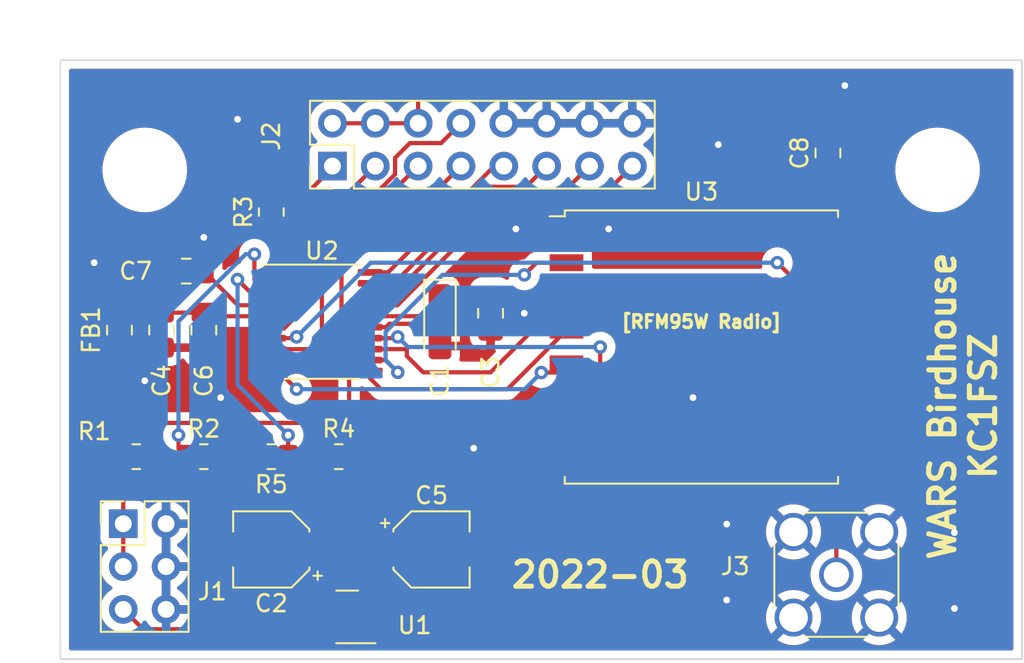
<source format=kicad_pcb>
(kicad_pcb (version 20211014) (generator pcbnew)
  (layers (0 "F.Cu" signal) (31 "B.Cu" signal) (34 "B.Paste" user) (35 "F.Paste" user) (36 "B.SilkS" user "B.Silkscreen") (37 "F.SilkS" user "F.Silkscreen") (38 "B.Mask" user) (39 "F.Mask" user) (44 "Edge.Cuts" user))
  (net 0 "")
  (net 1 "+3V3")
  (net 2 "GND")
  (net 3 "VSUPPLY")
  (net 4 "VDDA")
  (net 5 "NRST")
  (net 6 "VPANEL")
  (net 7 "BOOT0")
  (net 8 "SWDIO")
  (net 9 "SWDCLK")
  (net 10 "LED0")
  (net 11 "USART2_TX")
  (net 12 "USART2_RX")
  (net 13 "I2C1_CLK")
  (net 14 "I2C1_SDA")
  (net 15 "Net-(J3-Pad1)")
  (net 16 "VPANEL_SENSE")
  (net 17 "VSUPPLY_SENSE")
  (net 18 "RADIO_INT")
  (net 19 "RADIO_NSS")
  (net 20 "RADIO_SCK")
  (net 21 "RADIO_MISO")
  (net 22 "RADIO_MOSI")
  (net 23 "Net-(U2-Pad14)")
  (footprint "Capacitor_SMD:CP_Elec_4x5.4" (layer "F.Cu") (at 185 114.5)
    (fp_text reference "C5" (at 0 -3.2) (layer "F.SilkS"))
    (fp_text value "10u")
    (fp_line (start -2.75 -1.81) (end -2.75 -1.31) (layer "F.SilkS") (width 0.12))
    (fp_line (start 2.26 -2.26) (end 2.26 -1.06) (layer "F.SilkS") (width 0.12))
    (fp_line (start -2.26 1.195563) (end -2.26 1.06) (layer "F.SilkS") (width 0.12))
    (fp_line (start -1.195563 -2.26) (end 2.26 -2.26) (layer "F.SilkS") (width 0.12))
    (fp_line (start -2.26 -1.195563) (end -1.195563 -2.26) (layer "F.SilkS") (width 0.12))
    (fp_line (start -1.195563 2.26) (end 2.26 2.26) (layer "F.SilkS") (width 0.12))
    (fp_line (start -3 -1.56) (end -2.5 -1.56) (layer "F.SilkS") (width 0.12))
    (fp_line (start -2.26 -1.195563) (end -2.26 -1.06) (layer "F.SilkS") (width 0.12))
    (fp_line (start -2.26 1.195563) (end -1.195563 2.26) (layer "F.SilkS") (width 0.12))
    (fp_line (start 2.26 2.26) (end 2.26 1.06) (layer "F.SilkS") (width 0.12))
    (pad "1" smd roundrect (at -1.8 0) (size 2.6 1.6) (layers "F.Cu" "F.Paste" "F.Mask") (roundrect_rratio 0.15625) (net 1 "+3V3"))
    (pad "2" smd roundrect (at 1.8 0) (size 2.6 1.6) (layers "F.Cu" "F.Paste" "F.Mask") (roundrect_rratio 0.15625) (net 2 "GND"))
  )
  (footprint "Capacitor_SMD:C_0805_2012Metric_Pad1.18x1.45mm_HandSolder" (layer "F.Cu") (at 188.5 100.5 -90)
    (fp_text reference "C3" (at 3.5 0 90) (layer "F.SilkS"))
    (fp_text value "100n")
    (fp_line (start -0.261252 -0.735) (end 0.261252 -0.735) (layer "F.SilkS") (width 0.12))
    (fp_line (start -0.261252 0.735) (end 0.261252 0.735) (layer "F.SilkS") (width 0.12))
    (pad "1" smd roundrect (at -1.0375 0 270) (size 1.175 1.45) (layers "F.Cu" "F.Paste" "F.Mask") (roundrect_rratio 0.2127659574) (net 1 "+3V3"))
    (pad "2" smd roundrect (at 1.0375 0 270) (size 1.175 1.45) (layers "F.Cu" "F.Paste" "F.Mask") (roundrect_rratio 0.2127659574) (net 2 "GND"))
  )
  (footprint "Resistor_SMD:R_0805_2012Metric_Pad1.20x1.40mm_HandSolder" (layer "F.Cu") (at 179.5 109)
    (fp_text reference "R4" (at 0 -1.65) (layer "F.SilkS"))
    (fp_text value "1k")
    (fp_line (start -0.227064 -0.735) (end 0.227064 -0.735) (layer "F.SilkS") (width 0.12))
    (fp_line (start -0.227064 0.735) (end 0.227064 0.735) (layer "F.SilkS") (width 0.12))
    (pad "1" smd roundrect (at -1 0) (size 1.2 1.4) (layers "F.Cu" "F.Paste" "F.Mask") (roundrect_rratio 0.2083333333) (net 17 "VSUPPLY_SENSE"))
    (pad "2" smd roundrect (at 1 0) (size 1.2 1.4) (layers "F.Cu" "F.Paste" "F.Mask") (roundrect_rratio 0.2083333333) (net 3 "VSUPPLY"))
  )
  (footprint "Capacitor_SMD:C_0805_2012Metric_Pad1.18x1.45mm_HandSolder" (layer "F.Cu") (at 171.5 101.5 -90)
    (fp_text reference "C6" (at 3 0 90) (layer "F.SilkS"))
    (fp_text value "100n")
    (fp_line (start -0.261252 0.735) (end 0.261252 0.735) (layer "F.SilkS") (width 0.12))
    (fp_line (start -0.261252 -0.735) (end 0.261252 -0.735) (layer "F.SilkS") (width 0.12))
    (pad "1" smd roundrect (at -1.0375 0 270) (size 1.175 1.45) (layers "F.Cu" "F.Paste" "F.Mask") (roundrect_rratio 0.2127659574) (net 4 "VDDA"))
    (pad "2" smd roundrect (at 1.0375 0 270) (size 1.175 1.45) (layers "F.Cu" "F.Paste" "F.Mask") (roundrect_rratio 0.2127659574) (net 2 "GND"))
  )
  (footprint "Connector_PinHeader_2.54mm:PinHeader_2x08_P2.54mm_Vertical" (layer "F.Cu") (at 179.125 91.775 90)
    (fp_text reference "J2" (at 1.775 -3.625 90) (layer "F.SilkS"))
    (fp_text value "Conn_02x08_Odd_Even")
    (fp_line (start 1.27 -1.33) (end 3.87 -1.33) (layer "F.SilkS") (width 0.12))
    (fp_line (start 3.87 -1.33) (end 3.87 19.11) (layer "F.SilkS") (width 0.12))
    (fp_line (start 1.27 1.27) (end 1.27 -1.33) (layer "F.SilkS") (width 0.12))
    (fp_line (start -1.33 1.27) (end -1.33 19.11) (layer "F.SilkS") (width 0.12))
    (fp_line (start -1.33 1.27) (end 1.27 1.27) (layer "F.SilkS") (width 0.12))
    (fp_line (start -1.33 19.11) (end 3.87 19.11) (layer "F.SilkS") (width 0.12))
    (fp_line (start -1.33 0) (end -1.33 -1.33) (layer "F.SilkS") (width 0.12))
    (fp_line (start -1.33 -1.33) (end 0 -1.33) (layer "F.SilkS") (width 0.12))
    (pad "1" thru_hole rect (at 0 0 90) (size 1.7 1.7) (drill 1) (layers *.Cu *.Mask) (net 7 "BOOT0"))
    (pad "2" thru_hole oval (at 2.54 0 90) (size 1.7 1.7) (drill 1) (layers *.Cu *.Mask) (net 1 "+3V3"))
    (pad "3" thru_hole oval (at 0 2.54 90) (size 1.7 1.7) (drill 1) (layers *.Cu *.Mask) (net 5 "NRST"))
    (pad "4" thru_hole oval (at 2.54 2.54 90) (size 1.7 1.7) (drill 1) (layers *.Cu *.Mask) (net 1 "+3V3"))
    (pad "5" thru_hole oval (at 0 5.08 90) (size 1.7 1.7) (drill 1) (layers *.Cu *.Mask) (net 11 "USART2_TX"))
    (pad "6" thru_hole oval (at 2.54 5.08 90) (size 1.7 1.7) (drill 1) (layers *.Cu *.Mask) (net 1 "+3V3"))
    (pad "7" thru_hole oval (at 0 7.62 90) (size 1.7 1.7) (drill 1) (layers *.Cu *.Mask) (net 12 "USART2_RX"))
    (pad "8" thru_hole oval (at 2.54 7.62 90) (size 1.7 1.7) (drill 1) (layers *.Cu *.Mask) (net 10 "LED0"))
    (pad "9" thru_hole oval (at 0 10.16 90) (size 1.7 1.7) (drill 1) (layers *.Cu *.Mask) (net 9 "SWDCLK"))
    (pad "10" thru_hole oval (at 2.54 10.16 90) (size 1.7 1.7) (drill 1) (layers *.Cu *.Mask) (net 2 "GND"))
    (pad "11" thru_hole oval (at 0 12.7 90) (size 1.7 1.7) (drill 1) (layers *.Cu *.Mask) (net 8 "SWDIO"))
    (pad "12" thru_hole oval (at 2.54 12.7 90) (size 1.7 1.7) (drill 1) (layers *.Cu *.Mask) (net 2 "GND"))
    (pad "13" thru_hole oval (at 0 15.24 90) (size 1.7 1.7) (drill 1) (layers *.Cu *.Mask) (net 14 "I2C1_SDA"))
    (pad "14" thru_hole oval (at 2.54 15.24 90) (size 1.7 1.7) (drill 1) (layers *.Cu *.Mask) (net 2 "GND"))
    (pad "15" thru_hole oval (at 0 17.78 90) (size 1.7 1.7) (drill 1) (layers *.Cu *.Mask) (net 13 "I2C1_CLK"))
    (pad "16" thru_hole oval (at 2.54 17.78 90) (size 1.7 1.7) (drill 1) (layers *.Cu *.Mask) (net 2 "GND"))
  )
  (footprint "Connector_Coaxial:SMA_Amphenol_132134_Vertical" (layer "F.Cu") (at 209 116 180)
    (fp_text reference "J3" (at 6 0.5 180) (layer "F.SilkS"))
    (fp_text value "SMA")
    (fp_line (start -3.68 -1.8) (end -3.68 1.8) (layer "F.SilkS") (width 0.12))
    (fp_line (start 3.68 -1.8) (end 3.68 1.8) (layer "F.SilkS") (width 0.12))
    (fp_line (start -1.8 -3.68) (end 1.8 -3.68) (layer "F.SilkS") (width 0.12))
    (fp_line (start -1.8 3.68) (end 1.8 3.68) (layer "F.SilkS") (width 0.12))
    (pad "1" thru_hole circle (at 0 0 180) (size 2.05 2.05) (drill 1.5) (layers *.Cu *.Mask) (net 15 "Net-(J3-Pad1)"))
    (pad "2" thru_hole circle (at 2.54 -2.54 180) (size 2.25 2.25) (drill 1.7) (layers *.Cu *.Mask) (net 2 "GND"))
    (pad "2" thru_hole circle (at 2.54 2.54 180) (size 2.25 2.25) (drill 1.7) (layers *.Cu *.Mask) (net 2 "GND"))
    (pad "2" thru_hole circle (at -2.54 -2.54 180) (size 2.25 2.25) (drill 1.7) (layers *.Cu *.Mask) (net 2 "GND"))
    (pad "2" thru_hole circle (at -2.54 2.54 180) (size 2.25 2.25) (drill 1.7) (layers *.Cu *.Mask) (net 2 "GND"))
  )
  (footprint "MountingHole:MountingHole_4mm" (layer "F.Cu") (at 168 92)
    (fp_text reference "H2" hide)
    (fp_text value "MountingHole")
    (pad "" np_thru_hole circle (at 0 0) (size 4 4) (drill 4) (layers *.Cu *.Mask))
  )
  (footprint "Resistor_SMD:R_0805_2012Metric_Pad1.20x1.40mm_HandSolder" (layer "F.Cu") (at 171.5 109)
    (fp_text reference "R2" (at 0 -1.65) (layer "F.SilkS"))
    (fp_text value "1k")
    (fp_line (start -0.227064 0.735) (end 0.227064 0.735) (layer "F.SilkS") (width 0.12))
    (fp_line (start -0.227064 -0.735) (end 0.227064 -0.735) (layer "F.SilkS") (width 0.12))
    (pad "1" smd roundrect (at -1 0) (size 1.2 1.4) (layers "F.Cu" "F.Paste" "F.Mask") (roundrect_rratio 0.2083333333) (net 16 "VPANEL_SENSE"))
    (pad "2" smd roundrect (at 1 0) (size 1.2 1.4) (layers "F.Cu" "F.Paste" "F.Mask") (roundrect_rratio 0.2083333333) (net 2 "GND"))
  )
  (footprint "Resistor_SMD:R_0805_2012Metric_Pad1.20x1.40mm_HandSolder" (layer "F.Cu") (at 175.5 94.5 90)
    (fp_text reference "R3" (at 0 -1.65 90) (layer "F.SilkS"))
    (fp_text value "10k")
    (fp_line (start -0.227064 -0.735) (end 0.227064 -0.735) (layer "F.SilkS") (width 0.12))
    (fp_line (start -0.227064 0.735) (end 0.227064 0.735) (layer "F.SilkS") (width 0.12))
    (pad "1" smd roundrect (at -1 0 90) (size 1.2 1.4) (layers "F.Cu" "F.Paste" "F.Mask") (roundrect_rratio 0.2083333333) (net 7 "BOOT0"))
    (pad "2" smd roundrect (at 1 0 90) (size 1.2 1.4) (layers "F.Cu" "F.Paste" "F.Mask") (roundrect_rratio 0.2083333333) (net 2 "GND"))
  )
  (footprint "Capacitor_SMD:C_0805_2012Metric_Pad1.18x1.45mm_HandSolder" (layer "F.Cu") (at 170.4625 98 180)
    (fp_text reference "C7" (at 3 0) (layer "F.SilkS"))
    (fp_text value "100n")
    (fp_line (start -0.261252 -0.735) (end 0.261252 -0.735) (layer "F.SilkS") (width 0.12))
    (fp_line (start -0.261252 0.735) (end 0.261252 0.735) (layer "F.SilkS") (width 0.12))
    (pad "1" smd roundrect (at -1.0375 0 180) (size 1.175 1.45) (layers "F.Cu" "F.Paste" "F.Mask") (roundrect_rratio 0.2127659574) (net 5 "NRST"))
    (pad "2" smd roundrect (at 1.0375 0 180) (size 1.175 1.45) (layers "F.Cu" "F.Paste" "F.Mask") (roundrect_rratio 0.2127659574) (net 2 "GND"))
  )
  (footprint "Capacitor_SMD:C_0805_2012Metric_Pad1.18x1.45mm_HandSolder" (layer "F.Cu") (at 169 101.5 -90)
    (fp_text reference "C4" (at 3 0 90) (layer "F.SilkS"))
    (fp_text value "1u")
    (fp_line (start -0.261252 0.735) (end 0.261252 0.735) (layer "F.SilkS") (width 0.12))
    (fp_line (start -0.261252 -0.735) (end 0.261252 -0.735) (layer "F.SilkS") (width 0.12))
    (pad "1" smd roundrect (at -1.0375 0 270) (size 1.175 1.45) (layers "F.Cu" "F.Paste" "F.Mask") (roundrect_rratio 0.2127659574) (net 4 "VDDA"))
    (pad "2" smd roundrect (at 1.0375 0 270) (size 1.175 1.45) (layers "F.Cu" "F.Paste" "F.Mask") (roundrect_rratio 0.2127659574) (net 2 "GND"))
  )
  (footprint "Connector_PinHeader_2.54mm:PinHeader_2x03_P2.54mm_Vertical" (layer "F.Cu") (at 166.725 112.975)
    (fp_text reference "J1" (at 5.275 4.025) (layer "F.SilkS"))
    (fp_text value "Conn_02x03_Odd_Even")
    (fp_line (start -1.33 1.27) (end -1.33 6.41) (layer "F.SilkS") (width 0.12))
    (fp_line (start 3.87 -1.33) (end 3.87 6.41) (layer "F.SilkS") (width 0.12))
    (fp_line (start -1.33 1.27) (end 1.27 1.27) (layer "F.SilkS") (width 0.12))
    (fp_line (start -1.33 6.41) (end 3.87 6.41) (layer "F.SilkS") (width 0.12))
    (fp_line (start 1.27 -1.33) (end 3.87 -1.33) (layer "F.SilkS") (width 0.12))
    (fp_line (start 1.27 1.27) (end 1.27 -1.33) (layer "F.SilkS") (width 0.12))
    (fp_line (start -1.33 0) (end -1.33 -1.33) (layer "F.SilkS") (width 0.12))
    (fp_line (start -1.33 -1.33) (end 0 -1.33) (layer "F.SilkS") (width 0.12))
    (pad "1" thru_hole rect (at 0 0) (size 1.7 1.7) (drill 1) (layers *.Cu *.Mask) (net 6 "VPANEL"))
    (pad "2" thru_hole oval (at 2.54 0) (size 1.7 1.7) (drill 1) (layers *.Cu *.Mask) (net 2 "GND"))
    (pad "3" thru_hole oval (at 0 2.54) (size 1.7 1.7) (drill 1) (layers *.Cu *.Mask) (net 6 "VPANEL"))
    (pad "4" thru_hole oval (at 2.54 2.54) (size 1.7 1.7) (drill 1) (layers *.Cu *.Mask) (net 2 "GND"))
    (pad "5" thru_hole oval (at 0 5.08) (size 1.7 1.7) (drill 1) (layers *.Cu *.Mask) (net 3 "VSUPPLY"))
    (pad "6" thru_hole oval (at 2.54 5.08) (size 1.7 1.7) (drill 1) (layers *.Cu *.Mask) (net 2 "GND"))
  )
  (footprint "Package_TO_SOT_SMD:SOT-23" (layer "F.Cu") (at 180 118.5 180)
    (fp_text reference "U1" (at -4 -0.5) (layer "F.SilkS"))
    (fp_text value "MCP1700-3302E_SOT23")
    (fp_line (start 0 1.56) (end -0.65 1.56) (layer "F.SilkS") (width 0.12))
    (fp_line (start 0 -1.56) (end -1.675 -1.56) (layer "F.SilkS") (width 0.12))
    (fp_line (start 0 1.56) (end 0.65 1.56) (layer "F.SilkS") (width 0.12))
    (fp_line (start 0 -1.56) (end 0.65 -1.56) (layer "F.SilkS") (width 0.12))
    (pad "1" smd roundrect (at -0.9375 -0.95 180) (size 1.475 0.6) (layers "F.Cu" "F.Paste" "F.Mask") (net 2 "GND"))
    (pad "2" smd roundrect (at -0.9375 0.95 180) (size 1.475 0.6) (layers "F.Cu" "F.Paste" "F.Mask") (net 1 "+3V3"))
    (pad "3" smd roundrect (at 0.9375 0 180) (size 1.475 0.6) (layers "F.Cu" "F.Paste" "F.Mask") (net 3 "VSUPPLY"))
  )
  (footprint "Capacitor_Tantalum_SMD:CP_EIA-3216-10_Kemet-I_Pad1.58x1.35mm_HandSolder" (layer "F.Cu") (at 185.5 101 -90)
    (fp_text reference "C1" (at 3.5 0 90) (layer "F.SilkS"))
    (fp_text value "10u")
    (fp_line (start -2.485 -0.935) (end -2.485 0.935) (layer "F.SilkS") (width 0.12))
    (fp_line (start 1.6 -0.935) (end -2.485 -0.935) (layer "F.SilkS") (width 0.12))
    (fp_line (start -2.485 0.935) (end 1.6 0.935) (layer "F.SilkS") (width 0.12))
    (pad "1" smd roundrect (at -1.4375 0 270) (size 1.575 1.35) (layers "F.Cu" "F.Paste" "F.Mask") (roundrect_rratio 0.1851851852) (net 1 "+3V3"))
    (pad "2" smd roundrect (at 1.4375 0 270) (size 1.575 1.35) (layers "F.Cu" "F.Paste" "F.Mask") (roundrect_rratio 0.1851851852) (net 2 "GND"))
  )
  (footprint "RF_Module:HOPERF_RFM9XW_SMD" (layer "F.Cu") (at 201 102.5)
    (fp_text reference "U3" (at 0 -9.2) (layer "F.SilkS"))
    (fp_text value "RFM95W-868S2")
    (fp_line (start -8.1 8.1) (end 8.1 8.1) (layer "F.SilkS") (width 0.12))
    (fp_line (start -8.1 -7.75) (end -9 -7.75) (layer "F.SilkS") (width 0.12))
    (fp_line (start 8.1 8.1) (end 8.1 7.7) (layer "F.SilkS") (width 0.12))
    (fp_line (start -8.1 7.7) (end -8.1 8.1) (layer "F.SilkS") (width 0.12))
    (fp_line (start 8.1 -8.1) (end 8.1 -7.7) (layer "F.SilkS") (width 0.12))
    (fp_line (start -8.1 -8.1) (end 8.1 -8.1) (layer "F.SilkS") (width 0.12))
    (fp_line (start -8.1 -8.1) (end -8.1 -7.75) (layer "F.SilkS") (width 0.12))
    (pad "1" smd rect (at -8 -7) (size 2 1) (layers "F.Cu" "F.Paste" "F.Mask") (net 2 "GND"))
    (pad "2" smd rect (at -8 -5) (size 2 1) (layers "F.Cu" "F.Paste" "F.Mask") (net 21 "RADIO_MISO"))
    (pad "3" smd rect (at -8 -3) (size 2 1) (layers "F.Cu" "F.Paste" "F.Mask") (net 22 "RADIO_MOSI"))
    (pad "4" smd rect (at -8 -1) (size 2 1) (layers "F.Cu" "F.Paste" "F.Mask") (net 20 "RADIO_SCK"))
    (pad "5" smd rect (at -8 1) (size 2 1) (layers "F.Cu" "F.Paste" "F.Mask") (net 19 "RADIO_NSS"))
    (pad "6" smd rect (at -8 3) (size 2 1) (layers "F.Cu" "F.Paste" "F.Mask") (net 23 "Net-(U2-Pad14)"))
    (pad "7" smd rect (at -8 5) (size 2 1) (layers "F.Cu" "F.Paste" "F.Mask"))
    (pad "8" smd rect (at -8 7) (size 2 1) (layers "F.Cu" "F.Paste" "F.Mask") (net 2 "GND"))
    (pad "9" smd rect (at 8 7) (size 2 1) (layers "F.Cu" "F.Paste" "F.Mask") (net 15 "Net-(J3-Pad1)"))
    (pad "10" smd rect (at 8 5) (size 2 1) (layers "F.Cu" "F.Paste" "F.Mask") (net 2 "GND"))
    (pad "11" smd rect (at 8 3) (size 2 1) (layers "F.Cu" "F.Paste" "F.Mask"))
    (pad "12" smd rect (at 8 1) (size 2 1) (layers "F.Cu" "F.Paste" "F.Mask"))
    (pad "13" smd rect (at 8 -1) (size 2 1) (layers "F.Cu" "F.Paste" "F.Mask") (net 1 "+3V3"))
    (pad "14" smd rect (at 8 -3) (size 2 1) (layers "F.Cu" "F.Paste" "F.Mask") (net 18 "RADIO_INT"))
    (pad "15" smd rect (at 8 -5) (size 2 1) (layers "F.Cu" "F.Paste" "F.Mask"))
    (pad "16" smd rect (at 8 -7) (size 2 1) (layers "F.Cu" "F.Paste" "F.Mask"))
  )
  (footprint "Resistor_SMD:R_0805_2012Metric_Pad1.20x1.40mm_HandSolder" (layer "F.Cu") (at 175.5 109 180)
    (fp_text reference "R5" (at 0 -1.65) (layer "F.SilkS"))
    (fp_text value "1k")
    (fp_line (start -0.227064 0.735) (end 0.227064 0.735) (layer "F.SilkS") (width 0.12))
    (fp_line (start -0.227064 -0.735) (end 0.227064 -0.735) (layer "F.SilkS") (width 0.12))
    (pad "1" smd roundrect (at -1 0 180) (size 1.2 1.4) (layers "F.Cu" "F.Paste" "F.Mask") (roundrect_rratio 0.2083333333) (net 17 "VSUPPLY_SENSE"))
    (pad "2" smd roundrect (at 1 0 180) (size 1.2 1.4) (layers "F.Cu" "F.Paste" "F.Mask") (roundrect_rratio 0.2083333333) (net 2 "GND"))
  )
  (footprint "Capacitor_SMD:CP_Elec_4x5.4" (layer "F.Cu") (at 175.5 114.5 180)
    (fp_text reference "C2" (at 0 -3.2) (layer "F.SilkS"))
    (fp_text value "10u")
    (fp_line (start -3 -1.56) (end -2.5 -1.56) (layer "F.SilkS") (width 0.12))
    (fp_line (start -2.26 1.195563) (end -2.26 1.06) (layer "F.SilkS") (width 0.12))
    (fp_line (start 2.26 2.26) (end 2.26 1.06) (layer "F.SilkS") (width 0.12))
    (fp_line (start -2.26 1.195563) (end -1.195563 2.26) (layer "F.SilkS") (width 0.12))
    (fp_line (start -2.26 -1.195563) (end -1.195563 -2.26) (layer "F.SilkS") (width 0.12))
    (fp_line (start -2.75 -1.81) (end -2.75 -1.31) (layer "F.SilkS") (width 0.12))
    (fp_line (start -1.195563 -2.26) (end 2.26 -2.26) (layer "F.SilkS") (width 0.12))
    (fp_line (start -2.26 -1.195563) (end -2.26 -1.06) (layer "F.SilkS") (width 0.12))
    (fp_line (start -1.195563 2.26) (end 2.26 2.26) (layer "F.SilkS") (width 0.12))
    (fp_line (start 2.26 -2.26) (end 2.26 -1.06) (layer "F.SilkS") (width 0.12))
    (pad "1" smd roundrect (at -1.8 0 180) (size 2.6 1.6) (layers "F.Cu" "F.Paste" "F.Mask") (roundrect_rratio 0.15625) (net 3 "VSUPPLY"))
    (pad "2" smd roundrect (at 1.8 0 180) (size 2.6 1.6) (layers "F.Cu" "F.Paste" "F.Mask") (roundrect_rratio 0.15625) (net 2 "GND"))
  )
  (footprint "Capacitor_SMD:C_0805_2012Metric_Pad1.18x1.45mm_HandSolder" (layer "F.Cu") (at 166.5 101.5 90)
    (fp_text reference "FB1" (at 0 -1.68 90) (layer "F.SilkS"))
    (fp_text value "FerriteBead")
    (fp_line (start -0.261252 0.735) (end 0.261252 0.735) (layer "F.SilkS") (width 0.12))
    (fp_line (start -0.261252 -0.735) (end 0.261252 -0.735) (layer "F.SilkS") (width 0.12))
    (pad "1" smd roundrect (at -1.0375 0 90) (size 1.175 1.45) (layers "F.Cu" "F.Paste" "F.Mask") (roundrect_rratio 0.2127659574) (net 1 "+3V3"))
    (pad "2" smd roundrect (at 1.0375 0 90) (size 1.175 1.45) (layers "F.Cu" "F.Paste" "F.Mask") (roundrect_rratio 0.2127659574) (net 4 "VDDA"))
  )
  (footprint "Capacitor_SMD:C_0805_2012Metric_Pad1.18x1.45mm_HandSolder" (layer "F.Cu") (at 208.5 91 90)
    (fp_text reference "C8" (at 0 -1.68 90) (layer "F.SilkS"))
    (fp_text value "100n")
    (fp_line (start -0.261252 0.735) (end 0.261252 0.735) (layer "F.SilkS") (width 0.12))
    (fp_line (start -0.261252 -0.735) (end 0.261252 -0.735) (layer "F.SilkS") (width 0.12))
    (pad "1" smd roundrect (at -1.0375 0 90) (size 1.175 1.45) (layers "F.Cu" "F.Paste" "F.Mask") (roundrect_rratio 0.2127659574) (net 1 "+3V3"))
    (pad "2" smd roundrect (at 1.0375 0 90) (size 1.175 1.45) (layers "F.Cu" "F.Paste" "F.Mask") (roundrect_rratio 0.2127659574) (net 2 "GND"))
  )
  (footprint "Package_SO:TSSOP-20_4.4x6.5mm_P0.65mm" (layer "F.Cu") (at 178.5 101)
    (fp_text reference "U2" (at 0 -4.2) (layer "F.SilkS"))
    (fp_text value "STM32L031F6Px")
    (fp_line (start 0 3.385) (end 2.2 3.385) (layer "F.SilkS") (width 0.12))
    (fp_line (start 0 3.385) (end -2.2 3.385) (layer "F.SilkS") (width 0.12))
    (fp_line (start 0 -3.385) (end -3.6 -3.385) (layer "F.SilkS") (width 0.12))
    (fp_line (start 0 -3.385) (end 2.2 -3.385) (layer "F.SilkS") (width 0.12))
    (pad "1" smd roundrect (at -2.8625 -2.925) (size 1.475 0.4) (layers "F.Cu" "F.Paste" "F.Mask") (net 7 "BOOT0"))
    (pad "2" smd roundrect (at -2.8625 -2.275) (size 1.475 0.4) (layers "F.Cu" "F.Paste" "F.Mask") (net 16 "VPANEL_SENSE"))
    (pad "3" smd roundrect (at -2.8625 -1.625) (size 1.475 0.4) (layers "F.Cu" "F.Paste" "F.Mask") (net 17 "VSUPPLY_SENSE"))
    (pad "4" smd roundrect (at -2.8625 -0.975) (size 1.475 0.4) (layers "F.Cu" "F.Paste" "F.Mask") (net 5 "NRST"))
    (pad "5" smd roundrect (at -2.8625 -0.325) (size 1.475 0.4) (layers "F.Cu" "F.Paste" "F.Mask") (net 4 "VDDA"))
    (pad "6" smd roundrect (at -2.8625 0.325) (size 1.475 0.4) (layers "F.Cu" "F.Paste" "F.Mask") (net 10 "LED0"))
    (pad "7" smd roundrect (at -2.8625 0.975) (size 1.475 0.4) (layers "F.Cu" "F.Paste" "F.Mask") (net 18 "RADIO_INT"))
    (pad "8" smd roundrect (at -2.8625 1.625) (size 1.475 0.4) (layers "F.Cu" "F.Paste" "F.Mask") (net 11 "USART2_TX"))
    (pad "9" smd roundrect (at -2.8625 2.275) (size 1.475 0.4) (layers "F.Cu" "F.Paste" "F.Mask") (net 12 "USART2_RX"))
    (pad "10" smd roundrect (at -2.8625 2.925) (size 1.475 0.4) (layers "F.Cu" "F.Paste" "F.Mask") (net 19 "RADIO_NSS"))
    (pad "11" smd roundrect (at 2.8625 2.925) (size 1.475 0.4) (layers "F.Cu" "F.Paste" "F.Mask") (net 20 "RADIO_SCK"))
    (pad "12" smd roundrect (at 2.8625 2.275) (size 1.475 0.4) (layers "F.Cu" "F.Paste" "F.Mask") (net 21 "RADIO_MISO"))
    (pad "13" smd roundrect (at 2.8625 1.625) (size 1.475 0.4) (layers "F.Cu" "F.Paste" "F.Mask") (net 22 "RADIO_MOSI"))
    (pad "14" smd roundrect (at 2.8625 0.975) (size 1.475 0.4) (layers "F.Cu" "F.Paste" "F.Mask") (net 23 "Net-(U2-Pad14)"))
    (pad "15" smd roundrect (at 2.8625 0.325) (size 1.475 0.4) (layers "F.Cu" "F.Paste" "F.Mask") (net 2 "GND"))
    (pad "16" smd roundrect (at 2.8625 -0.325) (size 1.475 0.4) (layers "F.Cu" "F.Paste" "F.Mask") (net 1 "+3V3"))
    (pad "17" smd roundrect (at 2.8625 -0.975) (size 1.475 0.4) (layers "F.Cu" "F.Paste" "F.Mask") (net 13 "I2C1_CLK"))
    (pad "18" smd roundrect (at 2.8625 -1.625) (size 1.475 0.4) (layers "F.Cu" "F.Paste" "F.Mask") (net 14 "I2C1_SDA"))
    (pad "19" smd roundrect (at 2.8625 -2.275) (size 1.475 0.4) (layers "F.Cu" "F.Paste" "F.Mask") (net 8 "SWDIO"))
    (pad "20" smd roundrect (at 2.8625 -2.925) (size 1.475 0.4) (layers "F.Cu" "F.Paste" "F.Mask") (net 9 "SWDCLK"))
  )
  (footprint "Resistor_SMD:R_0805_2012Metric_Pad1.20x1.40mm_HandSolder" (layer "F.Cu") (at 167.5 109 180)
    (fp_text reference "R1" (at 2.5 1.5) (layer "F.SilkS"))
    (fp_text value "5k")
    (fp_line (start -0.227064 -0.735) (end 0.227064 -0.735) (layer "F.SilkS") (width 0.12))
    (fp_line (start -0.227064 0.735) (end 0.227064 0.735) (layer "F.SilkS") (width 0.12))
    (pad "1" smd roundrect (at -1 0 180) (size 1.2 1.4) (layers "F.Cu" "F.Paste" "F.Mask") (roundrect_rratio 0.2083333333) (net 16 "VPANEL_SENSE"))
    (pad "2" smd roundrect (at 1 0 180) (size 1.2 1.4) (layers "F.Cu" "F.Paste" "F.Mask") (roundrect_rratio 0.2083333333) (net 6 "VPANEL"))
  )
  (footprint "MountingHole:MountingHole_4mm" (layer "F.Cu") (at 215 92)
    (fp_text reference "H1" hide)
    (fp_text value "MountingHole")
    (pad "" np_thru_hole circle (at 0 0) (size 4 4) (drill 4) (layers *.Cu *.Mask))
  )
  (gr_rect (start 163 85.5) (end 220 121) (layer "Edge.Cuts") (width 0.1) (fill none))
  (gr_text "2022-03" (at 195 116) (layer "F.SilkS") (effects (font (size 1.5 1.5) (thickness 0.3))))
  (gr_text "[RFM95W Radio]" (at 201 101) (layer "F.SilkS") (effects (font (size 0.762 0.762) (thickness 0.1905))))
  (gr_text "WARS Birdhouse\nKC1FSZ" (at 216.5 106 90) (layer "F.SilkS") (effects (font (size 1.5 1.5) (thickness 0.3))))
  (segment (start 180.112493 101.237146) (end 180.674639 100.675) (width 0.25) (layer "F.Cu") (net 1))
  (segment (start 167 107) (end 166.5 106.5) (width 0.25) (layer "F.Cu") (net 1))
  (segment (start 180.9375 116.7625) (end 183.2 114.5) (width 0.25) (layer "F.Cu") (net 1))
  (segment (start 180.674639 100.675) (end 184.3875 100.675) (width 0.25) (layer "F.Cu") (net 1))
  (segment (start 180.112493 107) (end 180.112493 101.237146) (width 0.25) (layer "F.Cu") (net 1))
  (segment (start 203.9625 87.5) (end 184.5 87.5) (width 0.25) (layer "F.Cu") (net 1))
  (segment (start 210.324511 100.175489) (end 209 101.5) (width 0.25) (layer "F.Cu") (net 1))
  (segment (start 180.9375 117.55) (end 180.9375 116.7625) (width 0.25) (layer "F.Cu") (net 1))
  (segment (start 166.5 106.5) (end 166.5 102.5375) (width 0.25) (layer "F.Cu") (net 1))
  (segment (start 184.205 89.235) (end 181.665 89.235) (width 0.25) (layer "F.Cu") (net 1))
  (segment (start 183.2 110.087507) (end 180.112493 107) (width 0.25) (layer "F.Cu") (net 1))
  (segment (start 184.3875 100.675) (end 185.5 99.5625) (width 0.25) (layer "F.Cu") (net 1))
  (segment (start 184.205 87.795) (end 184.205 89.235) (width 0.25) (layer "F.Cu") (net 1))
  (segment (start 208.5 92.0375) (end 203.9625 87.5) (width 0.25) (layer "F.Cu") (net 1))
  (segment (start 188.5 99.4625) (end 190.888478 99.4625) (width 0.25) (layer "F.Cu") (net 1))
  (segment (start 184.5 87.5) (end 184.205 87.795) (width 0.25) (layer "F.Cu") (net 1))
  (segment (start 210.324511 93.862011) (end 210.324511 100.175489) (width 0.25) (layer "F.Cu") (net 1))
  (segment (start 181.665 89.235) (end 179.125 89.235) (width 0.25) (layer "F.Cu") (net 1))
  (segment (start 205.5 98.5) (end 208.5 101.5) (width 0.25) (layer "F.Cu") (net 1))
  (segment (start 190.888478 99.4625) (end 191.850978 98.5) (width 0.25) (layer "F.Cu") (net 1))
  (segment (start 180.112493 107) (end 167 107) (width 0.25) (layer "F.Cu") (net 1))
  (segment (start 208.5 92.0375) (end 210.324511 93.862011) (width 0.25) (layer "F.Cu") (net 1))
  (segment (start 188.4 99.5625) (end 188.5 99.4625) (width 0.25) (layer "F.Cu") (net 1))
  (segment (start 183.2 114.5) (end 183.2 110.087507) (width 0.25) (layer "F.Cu") (net 1))
  (segment (start 208.5 101.5) (end 209 101.5) (width 0.25) (layer "F.Cu") (net 1))
  (segment (start 185.5 99.5625) (end 188.4 99.5625) (width 0.25) (layer "F.Cu") (net 1))
  (segment (start 191.850978 98.5) (end 205.5 98.5) (width 0.25) (layer "F.Cu") (net 1))
  (segment (start 182.29952 101.325) (end 182.5 101.12452) (width 0.25) (layer "F.Cu") (net 2))
  (segment (start 182.5 101.12452) (end 188.08702 101.12452) (width 0.25) (layer "F.Cu") (net 2))
  (segment (start 181.3625 101.325) (end 182.29952 101.325) (width 0.25) (layer "F.Cu") (net 2))
  (segment (start 188.08702 101.12452) (end 188.5 101.5375) (width 0.25) (layer "F.Cu") (net 2))
  (via (at 216 118) (size 0.8) (drill 0.4) (layers "F.Cu" "B.Cu") (net 2))
  (via (at 209.5 87) (size 0.8) (drill 0.4) (layers "F.Cu" "B.Cu") (net 2))
  (via (at 165 97.5) (size 0.8) (drill 0.4) (layers "F.Cu" "B.Cu") (net 2))
  (via (at 173.5 89) (size 0.8) (drill 0.4) (layers "F.Cu" "B.Cu") (net 2))
  (via (at 190 95.5) (size 0.8) (drill 0.4) (layers "F.Cu" "B.Cu") (net 2))
  (via (at 200.5 105.5) (size 0.8) (drill 0.4) (layers "F.Cu" "B.Cu") (net 2))
  (via (at 187.5 108.5) (size 0.8) (drill 0.4) (layers "F.Cu" "B.Cu") (net 2))
  (via (at 190.5 100.5) (size 0.8) (drill 0.4) (layers "F.Cu" "B.Cu") (net 2))
  (via (at 216 113.5) (size 0.8) (drill 0.4) (layers "F.Cu" "B.Cu") (net 2))
  (via (at 168 104.5) (size 0.8) (drill 0.4) (layers "F.Cu" "B.Cu") (net 2))
  (via (at 202.5 117.5) (size 0.8) (drill 0.4) (layers "F.Cu" "B.Cu") (net 2))
  (via (at 171.5 96) (size 0.8) (drill 0.4) (layers "F.Cu" "B.Cu") (net 2))
  (via (at 202.5 113) (size 0.8) (drill 0.4) (layers "F.Cu" "B.Cu") (net 2))
  (via (at 202 90.5) (size 0.8) (drill 0.4) (layers "F.Cu" "B.Cu") (net 2))
  (via (at 195.5 95.5) (size 0.8) (drill 0.4) (layers "F.Cu" "B.Cu") (net 2))
  (via (at 172.5 105.5) (size 0.8) (drill 0.4) (layers "F.Cu" "B.Cu") (net 2))
  (segment (start 178.332989 119.229511) (end 179.0625 118.5) (width 0.25) (layer "F.Cu") (net 3))
  (segment (start 177.3 114.5) (end 177.3 112.2) (width 0.25) (layer "F.Cu") (net 3))
  (segment (start 167.899511 119.229511) (end 178.332989 119.229511) (width 0.25) (layer "F.Cu") (net 3))
  (segment (start 177.3 112.2) (end 180.5 109) (width 0.25) (layer "F.Cu") (net 3))
  (segment (start 177.3 114.5) (end 177.3 116.7375) (width 0.25) (layer "F.Cu") (net 3))
  (segment (start 177.3 116.7375) (end 179.0625 118.5) (width 0.25) (layer "F.Cu") (net 3))
  (segment (start 166.725 118.055) (end 167.899511 119.229511) (width 0.25) (layer "F.Cu") (net 3))
  (segment (start 166.5 100.4625) (end 169 100.4625) (width 0.25) (layer "F.Cu") (net 4))
  (segment (start 171.7125 100.675) (end 171.5 100.4625) (width 0.25) (layer "F.Cu") (net 4))
  (segment (start 175.6375 100.675) (end 171.7125 100.675) (width 0.25) (layer "F.Cu") (net 4))
  (segment (start 169 100.4625) (end 171.5 100.4625) (width 0.25) (layer "F.Cu") (net 4))
  (segment (start 175.6375 100.025) (end 176.325361 100.025) (width 0.25) (layer "F.Cu") (net 5))
  (segment (start 177 99.350361) (end 177 95) (width 0.25) (layer "F.Cu") (net 5))
  (segment (start 177 95) (end 178.44 95) (width 0.25) (layer "F.Cu") (net 5))
  (segment (start 178.44 95) (end 181.665 91.775) (width 0.25) (layer "F.Cu") (net 5))
  (segment (start 173.525 100.025) (end 175.6375 100.025) (width 0.25) (layer "F.Cu") (net 5))
  (segment (start 176.325361 100.025) (end 177 99.350361) (width 0.25) (layer "F.Cu") (net 5))
  (segment (start 171.5 98) (end 173.525 100.025) (width 0.25) (layer "F.Cu") (net 5))
  (segment (start 166.725 109.225) (end 166.5 109) (width 0.25) (layer "F.Cu") (net 6))
  (segment (start 166.725 115.515) (end 166.725 112.975) (width 0.25) (layer "F.Cu") (net 6))
  (segment (start 166.725 112.975) (end 166.725 109.225) (width 0.25) (layer "F.Cu") (net 6))
  (segment (start 175.6375 98.075) (end 175.6375 95.6375) (width 0.25) (layer "F.Cu") (net 7))
  (segment (start 179.125 91.875) (end 179.125 91.775) (width 0.25) (layer "F.Cu") (net 7))
  (segment (start 175.6375 95.6375) (end 175.5 95.5) (width 0.25) (layer "F.Cu") (net 7))
  (segment (start 175.5 95.5) (end 179.125 91.875) (width 0.25) (layer "F.Cu") (net 7))
  (segment (start 190.6 93) (end 191.825 91.775) (width 0.25) (layer "F.Cu") (net 8))
  (segment (start 188.5 93) (end 190.6 93) (width 0.25) (layer "F.Cu") (net 8))
  (segment (start 181.3625 98.725) (end 182.775 98.725) (width 0.25) (layer "F.Cu") (net 8))
  (segment (start 182.775 98.725) (end 188.5 93) (width 0.25) (layer "F.Cu") (net 8))
  (segment (start 181.3625 98.075) (end 182.425 98.075) (width 0.25) (layer "F.Cu") (net 9))
  (segment (start 182.425 98.075) (end 188.725 91.775) (width 0.25) (layer "F.Cu") (net 9))
  (segment (start 188.725 91.775) (end 189.285 91.775) (width 0.25) (layer "F.Cu") (net 9))
  (segment (start 186.745 89.235) (end 185.570489 90.409511) (width 0.25) (layer "F.Cu") (net 10))
  (segment (start 175.6375 101.325) (end 176.325361 101.325) (width 0.25) (layer "F.Cu") (net 10))
  (segment (start 177.5 95.5) (end 179.60101 95.5) (width 0.25) (layer "F.Cu") (net 10))
  (segment (start 183.718501 90.409511) (end 182.839511 91.288501) (width 0.25) (layer "F.Cu") (net 10))
  (segment (start 182.839511 91.288501) (end 182.839511 92.261499) (width 0.25) (layer "F.Cu") (net 10))
  (segment (start 185.570489 90.409511) (end 183.718501 90.409511) (width 0.25) (layer "F.Cu") (net 10))
  (segment (start 176.325361 101.325) (end 177.5 100.150361) (width 0.25) (layer "F.Cu") (net 10))
  (segment (start 177.5 100.150361) (end 177.5 95.5) (width 0.25) (layer "F.Cu") (net 10))
  (segment (start 182.839511 92.261499) (end 179.60101 95.5) (width 0.25) (layer "F.Cu") (net 10))
  (segment (start 177.875 102.625) (end 178.5 102) (width 0.25) (layer "F.Cu") (net 11))
  (segment (start 175.6375 102.625) (end 177.875 102.625) (width 0.25) (layer "F.Cu") (net 11))
  (segment (start 178.5 97.48) (end 184.205 91.775) (width 0.25) (layer "F.Cu") (net 11))
  (segment (start 178.5 102) (end 178.5 97.48) (width 0.25) (layer "F.Cu") (net 11))
  (segment (start 185.02 93.5) (end 186.745 91.775) (width 0.25) (layer "F.Cu") (net 12))
  (segment (start 183.5 93.5) (end 185.02 93.5) (width 0.25) (layer "F.Cu") (net 12))
  (segment (start 177.860718 103.275) (end 179.662973 101.472745) (width 0.25) (layer "F.Cu") (net 12))
  (segment (start 175.6375 103.275) (end 177.860718 103.275) (width 0.25) (layer "F.Cu") (net 12))
  (segment (start 179.662973 101.472745) (end 179.662973 97.337027) (width 0.25) (layer "F.Cu") (net 12))
  (segment (start 179.662973 97.337027) (end 183.5 93.5) (width 0.25) (layer "F.Cu") (net 12))
  (segment (start 182.975 100.025) (end 189.10096 93.89904) (width 0.25) (layer "F.Cu") (net 13))
  (segment (start 194.78096 93.89904) (end 196.905 91.775) (width 0.25) (layer "F.Cu") (net 13))
  (segment (start 181.3625 100.025) (end 182.975 100.025) (width 0.25) (layer "F.Cu") (net 13))
  (segment (start 189.10096 93.89904) (end 194.78096 93.89904) (width 0.25) (layer "F.Cu") (net 13))
  (segment (start 188.686197 93.44952) (end 192.69048 93.44952) (width 0.25) (layer "F.Cu") (net 14))
  (segment (start 192.69048 93.44952) (end 194.365 91.775) (width 0.25) (layer "F.Cu") (net 14))
  (segment (start 182.760717 99.375) (end 188.686197 93.44952) (width 0.25) (layer "F.Cu") (net 14))
  (segment (start 181.3625 99.375) (end 182.760717 99.375) (width 0.25) (layer "F.Cu") (net 14))
  (segment (start 209 109.5) (end 209 116) (width 0.25) (layer "F.Cu") (net 15))
  (segment (start 168.5 109) (end 170.5 109) (width 0.25) (layer "F.Cu") (net 16))
  (segment (start 170 108.5) (end 170.5 109) (width 0.25) (layer "F.Cu") (net 16))
  (segment (start 175.6375 98.725) (end 174.725 98.725) (width 0.25) (layer "F.Cu") (net 16))
  (segment (start 174.725 98.725) (end 174.5 98.5) (width 0.25) (layer "F.Cu") (net 16))
  (segment (start 174.5 98.5) (end 174.5 97) (width 0.25) (layer "F.Cu") (net 16))
  (segment (start 170 107.7245) (end 170 108.5) (width 0.25) (layer "F.Cu") (net 16))
  (via (at 174.5 97) (size 0.8) (drill 0.4) (layers "F.Cu" "B.Cu") (net 16))
  (via (at 170 107.7245) (size 0.8) (drill 0.4) (layers "F.Cu" "B.Cu") (net 16))
  (segment (start 174.5 97) (end 173.975386 97) (width 0.25) (layer "B.Cu") (net 16))
  (segment (start 173.975386 97) (end 170 100.975386) (width 0.25) (layer "B.Cu") (net 16))
  (segment (start 170 100.975386) (end 170 107.7245) (width 0.25) (layer "B.Cu") (net 16))
  (segment (start 176.5 107.7245) (end 176.5 109) (width 0.25) (layer "F.Cu") (net 17))
  (segment (start 174.375 99.375) (end 173.5 98.5) (width 0.25) (layer "F.Cu") (net 17))
  (segment (start 175.6375 99.375) (end 174.375 99.375) (width 0.25) (layer "F.Cu") (net 17))
  (segment (start 176.5 109) (end 178.5 109) (width 0.25) (layer "F.Cu") (net 17))
  (via (at 173.5 98.5) (size 0.8) (drill 0.4) (layers "F.Cu" "B.Cu") (net 17))
  (via (at 176.5 107.7245) (size 0.8) (drill 0.4) (layers "F.Cu" "B.Cu") (net 17))
  (segment (start 173.5 98.5) (end 173.5 104.7245) (width 0.25) (layer "B.Cu") (net 17))
  (segment (start 173.5 104.7245) (end 176.5 107.7245) (width 0.25) (layer "B.Cu") (net 17))
  (segment (start 176.9255 101.975) (end 177 101.9005) (width 0.25) (layer "F.Cu") (net 18))
  (segment (start 207.5 99.5) (end 209 99.5) (width 0.25) (layer "F.Cu") (net 18))
  (segment (start 205.5 97.5) (end 207.5 99.5) (width 0.25) (layer "F.Cu") (net 18))
  (segment (start 175.6375 101.975) (end 176.9255 101.975) (width 0.25) (layer "F.Cu") (net 18))
  (via (at 177 101.9005) (size 0.8) (drill 0.4) (layers "F.Cu" "B.Cu") (net 18))
  (via (at 205.5 97.5) (size 0.8) (drill 0.4) (layers "F.Cu" "B.Cu") (net 18))
  (segment (start 177 101.9005) (end 181.4005 97.5) (width 0.25) (layer "B.Cu") (net 18))
  (segment (start 181.4005 97.5) (end 205.5 97.5) (width 0.25) (layer "B.Cu") (net 18))
  (segment (start 191.512299 104.012299) (end 192.487701 104.012299) (width 0.25) (layer "F.Cu") (net 19))
  (segment (start 175.6375 103.925) (end 175.925 103.925) (width 0.25) (layer "F.Cu") (net 19))
  (segment (start 192.487701 104.012299) (end 193 103.5) (width 0.25) (layer "F.Cu") (net 19))
  (segment (start 175.925 103.925) (end 177 105) (width 0.25) (layer "F.Cu") (net 19))
  (via (at 177 105) (size 0.8) (drill 0.4) (layers "F.Cu" "B.Cu") (net 19))
  (via (at 191.512299 104.012299) (size 0.8) (drill 0.4) (layers "F.Cu" "B.Cu") (net 19))
  (segment (start 190.524598 105) (end 191.512299 104.012299) (width 0.25) (layer "B.Cu") (net 19))
  (segment (start 177 105) (end 190.524598 105) (width 0.25) (layer "B.Cu") (net 19))
  (segment (start 181.3625 103.925) (end 181.3625 104.3625) (width 0.25) (layer "F.Cu") (net 20))
  (segment (start 189.5 105) (end 193 101.5) (width 0.25) (layer "F.Cu") (net 20))
  (segment (start 182 105) (end 189.5 105) (width 0.25) (layer "F.Cu") (net 20))
  (segment (start 181.3625 104.3625) (end 182 105) (width 0.25) (layer "F.Cu") (net 20))
  (segment (start 191.2245 97.5) (end 193 97.5) (width 0.25) (layer "F.Cu") (net 21))
  (segment (start 182.275 103.275) (end 183 104) (width 0.25) (layer "F.Cu") (net 21))
  (segment (start 190.5 98.2245) (end 191.2245 97.5) (width 0.25) (layer "F.Cu") (net 21))
  (segment (start 181.3625 103.275) (end 182.275 103.275) (width 0.25) (layer "F.Cu") (net 21))
  (via (at 183 104) (size 0.8) (drill 0.4) (layers "F.Cu" "B.Cu") (net 21))
  (via (at 190.5 98.2245) (size 0.8) (drill 0.4) (layers "F.Cu" "B.Cu") (net 21))
  (segment (start 185.651386 98.2245) (end 190.5 98.2245) (width 0.25) (layer "B.Cu") (net 21))
  (segment (start 182.275489 101.600397) (end 185.651386 98.2245) (width 0.25) (layer "B.Cu") (net 21))
  (segment (start 182.275489 103.275489) (end 182.275489 101.600397) (width 0.25) (layer "B.Cu") (net 21))
  (segment (start 183 104) (end 182.275489 103.275489) (width 0.25) (layer "B.Cu") (net 21))
  (segment (start 183.537507 102.625) (end 183.537507 103.037507) (width 0.25) (layer "F.Cu") (net 22))
  (segment (start 184.5 104) (end 188.5 104) (width 0.25) (layer "F.Cu") (net 22))
  (segment (start 183.537507 103.037507) (end 184.5 104) (width 0.25) (layer "F.Cu") (net 22))
  (segment (start 181.3625 102.625) (end 183.537507 102.625) (width 0.25) (layer "F.Cu") (net 22))
  (segment (start 188.5 104) (end 193 99.5) (width 0.25) (layer "F.Cu") (net 22))
  (segment (start 181.3625 101.975) (end 182.9255 101.975) (width 0.25) (layer "F.Cu") (net 23))
  (segment (start 182.9255 101.975) (end 183 101.9005) (width 0.25) (layer "F.Cu") (net 23))
  (segment (start 195 103.5) (end 193 105.5) (width 0.25) (layer "F.Cu") (net 23))
  (segment (start 195 102.5) (end 195 103.5) (width 0.25) (layer "F.Cu") (net 23))
  (via (at 183 101.9005) (size 0.8) (drill 0.4) (layers "F.Cu" "B.Cu") (net 23))
  (via (at 195 102.5) (size 0.8) (drill 0.4) (layers "F.Cu" "B.Cu") (net 23))
  (segment (start 183.5995 102.5) (end 195 102.5) (width 0.25) (layer "B.Cu") (net 23))
  (segment (start 183 101.9005) (end 183.5995 102.5) (width 0.25) (layer "B.Cu") (net 23))
  (zone (net 2) (net_name "GND") (layer "F.Cu") (connect_pads (clearance 0.508)) (min_thickness 0.254) (fill yes (thermal_gap 0.508) (thermal_bridge_width 0.508))
    (polygon (pts (xy 220 121) (xy 163 121) (xy 163 85.5) (xy 220 85.5)))
  )
  (zone (net 2) (net_name "GND") (layer "B.Cu") (connect_pads (clearance 0.508)) (min_thickness 0.254) (fill yes (thermal_gap 0.508) (thermal_bridge_width 0.508))
    (polygon (pts (xy 220 121) (xy 163 121) (xy 163 85.5) (xy 220 85.5)))
  )
)
</source>
